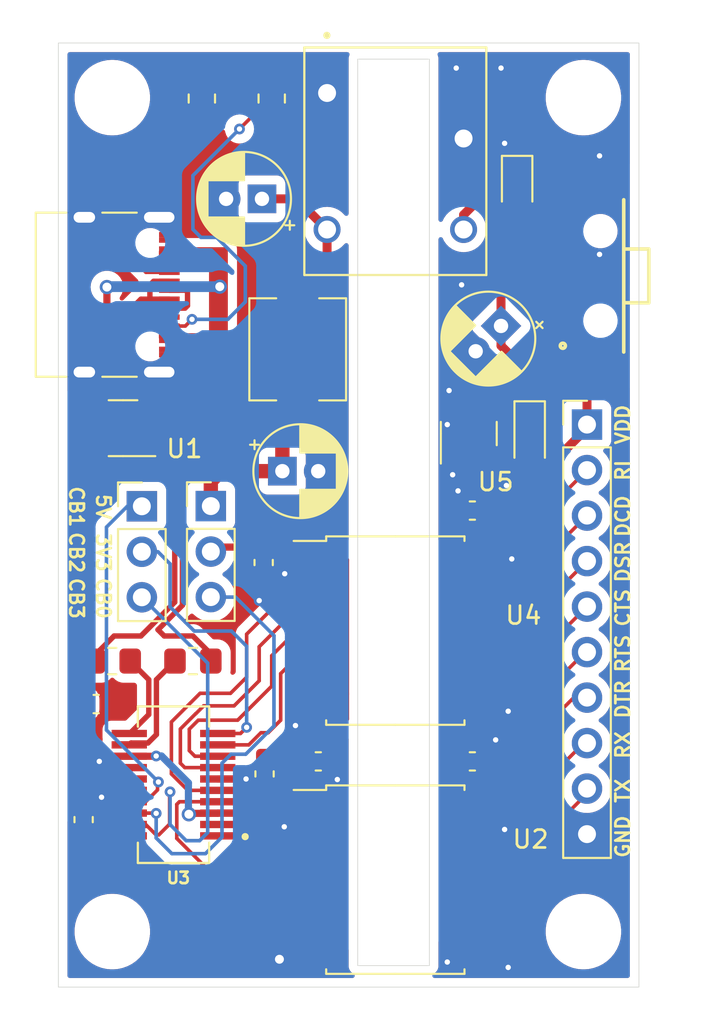
<source format=kicad_pcb>
(kicad_pcb (version 20211014) (generator pcbnew)
  (layers (0 "F.Cu" signal "Front") (31 "B.Cu" signal "Back") (34 "B.Paste" user) (35 "F.Paste" user) (36 "B.SilkS" user "B.Silkscreen") (37 "F.SilkS" user "F.Silkscreen") (38 "B.Mask" user) (39 "F.Mask" user) (44 "Edge.Cuts" user))
  (net 0 "")
  (net 1 "+5V")
  (net 2 "GND")
  (net 3 "+3V3")
  (net 4 "VDD")
  (net 5 "GND1")
  (net 6 "CBUS0")
  (net 7 "CBUS1")
  (net 8 "CBUS2")
  (net 9 "CBUS3")
  (net 10 "CC1_PD")
  (net 11 "/ESD_D-")
  (net 12 "/ESD_D+")
  (net 14 "CC2_PD")
  (net 16 "USB_D-")
  (net 17 "/FT231_D-")
  (net 18 "USB_D+")
  (net 19 "/FT231_D+")
  (net 20 "CTS")
  (net 21 "DSR")
  (net 22 "RI")
  (net 23 "DCD")
  (net 24 "DCD_ISO")
  (net 25 "RI_ISO")
  (net 26 "DSR_ISO")
  (net 27 "CTS_ISO")
  (net 28 "DTR")
  (net 29 "RTS")
  (net 30 "RX")
  (net 31 "TX")
  (net 32 "TX_ISO")
  (net 33 "DTR_ISO")
  (net 34 "RTS_ISO")
  (net 35 "RX_ISO")
  (net 36 "+5VA")
  (net 37 "Net-(C9-Pad1)")
  (net 38 "+3VA")
  (footprint "SP3T:SW_PCM13SMTR" (layer "F.Cu") (at 190.75 45.8 90)
    (fp_text reference "S1" hide)
    (fp_text value "PCM13SMTR")
  )
  (footprint "Resistor_SMD:R_0805_2012Metric_Pad1.20x1.40mm_HandSolder" (layer "F.Cu") (at 163.5 67.3)
    (fp_text reference "R4" hide)
    (fp_text value "22")
  )
  (footprint "Package_SO:SOIC-16W_7.5x10.3mm_P1.27mm" (layer "F.Cu") (at 179.3 79.5)
    (fp_text reference "U2")
    (fp_text value "ADuM1401xRW")
  )
  (footprint "Capacitor_SMD:C_0603_1608Metric_Pad1.08x0.95mm_HandSolder" (layer "F.Cu") (at 183.6 72.9)
    (fp_text reference "C7" hide)
    (fp_text value "100n")
  )
  (footprint "FT232XS:SOP63P599X175-20N" (layer "F.Cu") (at 166.9175 74.2 180)
    (fp_text reference "U3")
    (fp_text value "FT231XS-R")
  )
  (footprint "Capacitor_SMD:C_0603_1608Metric_Pad1.08x0.95mm_HandSolder" (layer "F.Cu") (at 161.9 76.15 -90)
    (fp_text reference "C1" hide)
    (fp_text value "100n")
  )
  (footprint "Capacitor_THT:CP_Radial_D5.0mm_P2.00mm" (layer "F.Cu") (at 172.994888 56.7)
    (fp_text reference "C8" hide)
    (fp_text value "4.7u")
  )
  (footprint "Inductor_SMD:L_Wuerth_HCI-5040" (layer "F.Cu") (at 173.85 49.9 90)
    (fp_text reference "L1" hide)
    (fp_text value "6.8u")
  )
  (footprint "Resistor_SMD:R_0805_2012Metric_Pad1.20x1.40mm_HandSolder" (layer "F.Cu") (at 168 67.3 180)
    (fp_text reference "R3" hide)
    (fp_text value "22")
  )
  (footprint "Capacitor_SMD:C_0603_1608Metric_Pad1.08x0.95mm_HandSolder" (layer "F.Cu") (at 172 73.6 -90)
    (fp_text reference "C5" hide)
    (fp_text value "100n")
  )
  (footprint "Diode_SMD:D_SOD-323_HandSoldering" (layer "F.Cu") (at 186.8 54.7 -90)
    (fp_text reference "D1" hide)
    (fp_text value "D_Small")
  )
  (footprint "Capacitor_SMD:C_0603_1608Metric_Pad1.08x0.95mm_HandSolder" (layer "F.Cu") (at 171.95 61.8 -90)
    (fp_text reference "C4" hide)
    (fp_text value "100n")
  )
  (footprint "Package_SO:SOIC-16W_7.5x10.3mm_P1.27mm" (layer "F.Cu") (at 179.3 65.6)
    (fp_text reference "U4")
    (fp_text value "ADuM1402xRW")
  )
  (footprint "Diode_SMD:D_SOD-323" (layer "F.Cu") (at 186.1 40.6 -90)
    (fp_text reference "D2" hide)
    (fp_text value "SD05_SOD323")
  )
  (footprint "Capacitor_SMD:C_0603_1608Metric_Pad1.08x0.95mm_HandSolder" (layer "F.Cu") (at 162.6 69.7)
    (fp_text reference "C2" hide)
    (fp_text value "4.7u")
  )
  (footprint "Connector_PinHeader_2.54mm:PinHeader_1x03_P2.54mm_Vertical" (layer "F.Cu") (at 165.15 58.66)
    (fp_text reference "J4" hide)
    (fp_text value "Conn_01x03_Male")
  )
  (footprint "Capacitor_THT:CP_Radial_D5.0mm_P2.00mm" (layer "F.Cu") (at 171.855113 41.5 180)
    (fp_text reference "C9" hide)
    (fp_text value "4.7u")
  )
  (footprint "Resistor_SMD:R_0805_2012Metric_Pad1.20x1.40mm_HandSolder" (layer "F.Cu") (at 172.4 35.9 -90)
    (fp_text reference "R1" hide)
    (fp_text value "5.1k")
  )
  (footprint "MountingHole:MountingHole_3.2mm_M3_DIN965" (layer "F.Cu") (at 189.8 82.4)
    (fp_text reference "H3" hide)
    (fp_text value "MountingHole")
  )
  (footprint "MountingHole:MountingHole_3.2mm_M3_DIN965" (layer "F.Cu") (at 189.8 35.85)
    (fp_text reference "H2" hide)
    (fp_text value "MountingHole")
  )
  (footprint "Capacitor_THT:CP_Radial_D5.0mm_P2.00mm" (layer "F.Cu") (at 185.2 48.592893 -135)
    (fp_text reference "C10" hide)
    (fp_text value "4.7u")
  )
  (footprint "MountingHole:MountingHole_3.2mm_M3_DIN965" (layer "F.Cu") (at 163.5 35.85)
    (fp_text reference "H1" hide)
    (fp_text value "MountingHole")
  )
  (footprint "Connector_PinHeader_2.54mm:PinHeader_1x03_P2.54mm_Vertical" (layer "F.Cu") (at 169 58.65)
    (fp_text reference "Je" hide)
    (fp_text value "Conn_01x03_Male")
  )
  (footprint "Capacitor_SMD:C_0603_1608Metric_Pad1.08x0.95mm_HandSolder" (layer "F.Cu") (at 175 72.9)
    (fp_text reference "C3" hide)
    (fp_text value "100n")
  )
  (footprint "Connector_PinHeader_2.54mm:PinHeader_1x10_P2.54mm_Vertical" (layer "F.Cu") (at 190 54.1)
    (fp_text reference "J3" hide)
    (fp_text value "Conn_01x10_Male")
  )
  (footprint "Capacitor_SMD:C_0603_1608Metric_Pad1.08x0.95mm_HandSolder" (layer "F.Cu") (at 183.6 58.9 180)
    (fp_text reference "C6" hide)
    (fp_text value "100n")
  )
  (footprint "MountingHole:MountingHole_3.2mm_M3_DIN965" (layer "F.Cu") (at 163.5 82.4)
    (fp_text reference "H4" hide)
    (fp_text value "MountingHole")
  )
  (footprint "Package_TO_SOT_SMD:SOT-23" (layer "F.Cu") (at 183.4 54.6 90)
    (fp_text reference "U5")
    (fp_text value "AP2127N-3.3")
  )
  (footprint "DCDC_ISO:CONV_PDSE1-S5-S5-D" (layer "F.Cu") (at 179.3 39.401 -90)
    (fp_text reference "PS1" hide)
    (fp_text value "PDSE1-S5-S5-D")
  )
  (footprint "Connector_USB:USB_C_Receptacle_XKB_U262-16XN-4BVC11" (layer "F.Cu") (at 163.015 46.85 -90)
    (fp_text reference "J2" hide)
    (fp_text value "USB_C_Receptacle_USB2.0")
  )
  (footprint "Package_TO_SOT_SMD:SOT-23-6" (layer "F.Cu") (at 164.1 54.3 180)
    (fp_text reference "U1")
    (fp_text value "USBLC6-2SC6")
  )
  (footprint "Resistor_SMD:R_0805_2012Metric_Pad1.20x1.40mm_HandSolder" (layer "F.Cu") (at 168.5 35.9 90)
    (fp_text reference "R2" hide)
    (fp_text value "5.1k")
  )
  (gr_rect (start 177.2 33.7) (end 181.2 84.3) (layer "Edge.Cuts") (width 0.0381) (fill none))
  (gr_rect (start 160.49 32.8) (end 192.9 85.5) (layer "Edge.Cuts") (width 0.0381) (fill none))
  (gr_text "3V3" (at 163 61.244445 270) (layer "F.SilkS") (effects (font (size 0.762 0.762) (thickness 0.1524))))
  (gr_text "CTS" (at 192 64.32222 90) (layer "F.SilkS") (effects (font (size 0.762 0.762) (thickness 0.1524))))
  (gr_text "CB1" (at 161.5 58.688885 270) (layer "F.SilkS") (effects (font (size 0.762 0.762) (thickness 0.1524))))
  (gr_text "DTR" (at 192 69.43333 90) (layer "F.SilkS") (effects (font (size 0.762 0.762) (thickness 0.1524))))
  (gr_text "CB0" (at 163 63.8 270) (layer "F.SilkS") (effects (font (size 0.762 0.762) (thickness 0.1524))))
  (gr_text "DCD" (at 192 59.21111 90) (layer "F.SilkS") (effects (font (size 0.762 0.762) (thickness 0.1524))))
  (gr_text "RI" (at 192 56.655555 90) (layer "F.SilkS") (effects (font (size 0.762 0.762) (thickness 0.1524))))
  (gr_text "GND" (at 192 77.1 90) (layer "F.SilkS") (effects (font (size 0.762 0.762) (thickness 0.1524))))
  (gr_text "DSR" (at 192 61.766665 90) (layer "F.SilkS") (effects (font (size 0.762 0.762) (thickness 0.1524))))
  (gr_text "VDD" (at 192 54.1 90) (layer "F.SilkS") (effects (font (size 0.762 0.762) (thickness 0.1524))))
  (gr_text "CB2" (at 161.5 61.244445 270) (layer "F.SilkS") (effects (font (size 0.762 0.762) (thickness 0.1524))))
  (gr_text "RTS" (at 192 66.877775 90) (layer "F.SilkS") (effects (font (size 0.762 0.762) (thickness 0.1524))))
  (gr_text "RX" (at 192 71.988885 90) (layer "F.SilkS") (effects (font (size 0.762 0.762) (thickness 0.1524))))
  (gr_text "5V" (at 163 58.688885 270) (layer "F.SilkS") (effects (font (size 0.762 0.762) (thickness 0.1524))))
  (gr_text "CB3" (at 161.5 63.8 270) (layer "F.SilkS") (effects (font (size 0.762 0.762) (thickness 0.1524))))
  (gr_text "TX" (at 192 74.54444 90) (layer "F.SilkS") (effects (font (size 0.762 0.762) (thickness 0.1524))))
  (segment (start 162.3 65.3) (end 162.3 56.3) (width 0.4) (layer "F.Cu") (net 1))
  (segment (start 169.15 57.1) (end 169.55 56.7) (width 0.8) (layer "F.Cu") (net 1))
  (segment (start 169.55 56.7) (end 172.994888 56.7) (width 0.8) (layer "F.Cu") (net 1))
  (segment (start 172.994888 52.805112) (end 173.85 51.95) (width 0.8) (layer "F.Cu") (net 1))
  (segment (start 163.1 52.2) (end 163.2 52.1) (width 0.4) (layer "F.Cu") (net 1))
  (segment (start 162.1675 73.8825) (end 162.15 73.9) (width 0.5) (layer "F.Cu") (net 1))
  (segment (start 161.4 68.2) (end 161.4 66.2) (width 0.4) (layer "F.Cu") (net 1))
  (segment (start 161.625 73.375) (end 162 73.75) (width 0.4) (layer "F.Cu") (net 1))
  (segment (start 169.15 57.1) (end 169 57.25) (width 0.8) (layer "F.Cu") (net 1))
  (segment (start 161.7 54.7) (end 162.1 54.3) (width 0.4) (layer "F.Cu") (net 1))
  (segment (start 162.3 52.2) (end 163.1 52.2) (width 0.4) (layer "F.Cu") (net 1))
  (segment (start 161.7375 69.7) (end 161.7375 68.5375) (width 0.4) (layer "F.Cu") (net 1))
  (segment (start 161.7375 68.5375) (end 161.4 68.2) (width 0.4) (layer "F.Cu") (net 1))
  (segment (start 161.625 73.375) (end 161.625 69.8125) (width 0.4) (layer "F.Cu") (net 1))
  (segment (start 161.4 66.2) (end 162.3 65.3) (width 0.4) (layer "F.Cu") (net 1))
  (segment (start 162.1 54.3) (end 162.9625 54.3) (width 0.4) (layer "F.Cu") (net 1))
  (segment (start 162.15 73.9) (end 161.625 73.375) (width 0.4) (layer "F.Cu") (net 1))
  (segment (start 169 57.25) (end 169 58.65) (width 0.8) (layer "F.Cu") (net 1))
  (segment (start 162.1 54.3) (end 161.6 53.8) (width 0.4) (layer "F.Cu") (net 1))
  (segment (start 161.7 55.7) (end 161.7 54.7) (width 0.4) (layer "F.Cu") (net 1))
  (segment (start 172.994888 56.7) (end 172.994888 52.805112) (width 0.8) (layer "F.Cu") (net 1))
  (segment (start 161.6 52.9) (end 162.3 52.2) (width 0.4) (layer "F.Cu") (net 1))
  (segment (start 162.3 56.3) (end 161.7 55.7) (width 0.4) (layer "F.Cu") (net 1))
  (segment (start 164.4475 73.8825) (end 162.1675 73.8825) (width 0.5) (layer "F.Cu") (net 1))
  (segment (start 169.5 56.75) (end 169.5 48.9) (width 0.8) (layer "F.Cu") (net 1))
  (segment (start 162 73.75) (end 162 75.2875) (width 0.4) (layer "F.Cu") (net 1))
  (segment (start 161.6 53.8) (end 161.6 52.9) (width 0.4) (layer "F.Cu") (net 1))
  (segment (start 169.15 57.1) (end 169.5 56.75) (width 0.8) (layer "F.Cu") (net 1))
  (segment (start 163.2 52.1) (end 163.2 46.425) (width 0.4) (layer "F.Cu") (net 1))
  (via (at 163.2 46.425) (size 0.8) (drill 0.5) (layers "F.Cu" "B.Cu") (net 1))
  (via (at 169.5 46.4) (size 0.8) (drill 0.5) (layers "F.Cu" "B.Cu") (net 1))
  (segment (start 163.225 46.4) (end 163.2 46.425) (width 0.6) (layer "B.Cu") (net 1))
  (segment (start 169.5 46.4) (end 163.225 46.4) (width 0.6) (layer "B.Cu") (net 1))
  (segment (start 164.4475 74.5175) (end 163.2825 74.5175) (width 0.4) (layer "F.Cu") (net 2))
  (segment (start 173.725 70.9) (end 174.58 70.045) (width 0.4) (layer "F.Cu") (net 2))
  (segment (start 175.8625 73.7125) (end 176.0625 73.9125) (width 0.4) (layer "F.Cu") (net 2))
  (segment (start 171.95 63.675) (end 171.7 63.925) (width 0.4) (layer "F.Cu") (net 2))
  (segment (start 163.2825 74.5175) (end 162.9 74.9) (width 0.4) (layer "F.Cu") (net 2))
  (segment (start 173.125 62.425) (end 172.1875 62.425) (width 0.4) (layer "F.Cu") (net 2))
  (segment (start 174.65 62.425) (end 173.125 62.425) (width 0.4) (layer "F.Cu") (net 2))
  (segment (start 169.3875 73.8825) (end 170.9675 73.8825) (width 0.4) (layer "F.Cu") (net 2))
  (segment (start 170.9675 73.8825) (end 171.42 73.8825) (width 0.4) (layer "F.Cu") (net 2))
  (segment (start 163.1225 73.2475) (end 162.775 72.9) (width 0.4) (layer "F.Cu") (net 2))
  (segment (start 171.42 73.8825) (end 172 74.4625) (width 0.4) (layer "F.Cu") (net 2))
  (segment (start 173.1 76.55) (end 173.125 76.55) (width 0.4) (layer "F.Cu") (net 2))
  (segment (start 174.65 76.325) (end 173.35 76.325) (width 0.4) (layer "F.Cu") (net 2))
  (segment (start 171.95 62.6625) (end 171.95 63.675) (width 0.4) (layer "F.Cu") (net 2))
  (segment (start 173.35 76.325) (end 173.1 76.55) (width 0.4) (layer "F.Cu") (net 2))
  (segment (start 174.65 83.945) (end 172.83 83.945) (width 0.4) (layer "F.Cu") (net 2))
  (segment (start 175.8625 72.9) (end 175.8625 73.7125) (width 0.4) (layer "F.Cu") (net 2))
  (segment (start 164.4475 73.2475) (end 163.1225 73.2475) (width 0.4) (layer "F.Cu") (net 2))
  (segment (start 176.0625 73.9125) (end 176.075 73.925) (width 0.4) (layer "F.Cu") (net 2))
  (via (at 173.1 76.55) (size 0.6) (drill 0.3) (layers "F.Cu" "B.Cu") (net 2))
  (via (at 173.725 70.9) (size 0.6) (drill 0.3) (layers "F.Cu" "B.Cu") (net 2))
  (via (at 171.7 63.925) (size 0.6) (drill 0.3) (layers "F.Cu" "B.Cu") (net 2))
  (via (at 170.9675 73.8825) (size 0.6) (drill 0.3) (layers "F.Cu" "B.Cu") (net 2))
  (via (at 172.83 83.945) (size 0.8) (drill 0.5) (layers "F.Cu" "B.Cu") (net 2))
  (via (at 173.125 62.425) (size 0.6) (drill 0.3) (layers "F.Cu" "B.Cu") (net 2))
  (via (at 162.775 72.9) (size 0.6) (drill 0.3) (layers "F.Cu" "B.Cu") (net 2))
  (via (at 162.9 74.9) (size 0.6) (drill 0.3) (layers "F.Cu" "B.Cu") (net 2))
  (via (at 176.0625 73.9125) (size 0.6) (drill 0.3) (layers "F.Cu" "B.Cu") (net 2))
  (segment (start 176.205 75.055) (end 176.4 75.25) (width 0.4) (layer "F.Cu") (net 3))
  (segment (start 169.3875 75.7875) (end 172.7125 75.7875) (width 0.4) (layer "F.Cu") (net 3))
  (segment (start 176.225 82.675) (end 174.65 82.675) (width 0.4) (layer "F.Cu") (net 3))
  (segment (start 174.1375 74.5425) (end 174.65 75.055) (width 0.4) (layer "F.Cu") (net 3))
  (segment (start 176.00548 61.155) (end 174.65 61.155) (width 0.4) (layer "F.Cu") (net 3))
  (segment (start 169.375 75.8) (end 169.3875 75.7875) (width 0.4) (layer "F.Cu") (net 3))
  (segment (start 171.95 60.9375) (end 169.2525 60.9375) (width 0.4) (layer "F.Cu") (net 3))
  (segment (start 176.52 69.11952) (end 176.52 61.66952) (width 0.4) (layer "F.Cu") (net 3))
  (segment (start 167.75 75.85) (end 167.8 75.8) (width 0.4) (layer "F.Cu") (net 3))
  (segment (start 176.17548 68.775) (end 176.52 69.11952) (width 0.4) (layer "F.Cu") (net 3))
  (segment (start 176.4 82.5) (end 176.225 82.675) (width 0.4) (layer "F.Cu") (net 3))
  (segment (start 174.1375 72.9) (end 174.1375 72.0125) (width 0.4) (layer "F.Cu") (net 3))
  (segment (start 174.65 61.155) (end 172.1675 61.155) (width 0.4) (layer "F.Cu") (net 3))
  (segment (start 176.52 61.66952) (end 176.00548 61.155) (width 0.4) (layer "F.Cu") (net 3))
  (segment (start 173.445 75.055) (end 174.65 75.055) (width 0.4) (layer "F.Cu") (net 3))
  (segment (start 164.4475 72.6125) (end 165.9375 72.6125) (width 0.4) (layer "F.Cu") (net 3))
  (segment (start 175.6125 71.425) (end 176.52 70.5175) (width 0.4) (layer "F.Cu") (net 3))
  (segment (start 176.52 70.5175) (end 176.52 69.11952) (width 0.4) (layer "F.Cu") (net 3))
  (segment (start 174.65 75.055) (end 176.205 75.055) (width 0.4) (layer "F.Cu") (net 3))
  (segment (start 174.725 71.425) (end 175.6125 71.425) (width 0.4) (layer "F.Cu") (net 3))
  (segment (start 172.7125 75.7875) (end 173.445 75.055) (width 0.4) (layer "F.Cu") (net 3))
  (segment (start 165.9375 72.6125) (end 165.95 72.6) (width 0.4) (layer "F.Cu") (net 3))
  (segment (start 172 72.7375) (end 173.975 72.7375) (width 0.4) (layer "F.Cu") (net 3))
  (segment (start 176.4 75.25) (end 176.4 82.5) (width 0.4) (layer "F.Cu") (net 3))
  (segment (start 167.8 75.8) (end 169.375 75.8) (width 0.4) (layer "F.Cu") (net 3))
  (segment (start 176.17548 68.775) (end 174.65 68.775) (width 0.4) (layer "F.Cu") (net 3))
  (segment (start 174.1375 72.9) (end 174.1375 74.5425) (width 0.4) (layer "F.Cu") (net 3))
  (segment (start 174.1375 72.0125) (end 174.725 71.425) (width 0.4) (layer "F.Cu") (net 3))
  (via (at 165.95 72.6) (size 0.6) (drill 0.3) (layers "F.Cu" "B.Cu") (net 3))
  (via (at 167.775 75.85) (size 0.8) (drill 0.5) (layers "F.Cu" "B.Cu") (net 3))
  (segment (start 166.25 72.6) (end 167.75 74.1) (width 0.4) (layer "B.Cu") (net 3))
  (segment (start 167.75 74.1) (end 167.75 75.85) (width 0.4) (layer "B.Cu") (net 3))
  (segment (start 165.95 72.6) (end 166.25 72.6) (width 0.4) (layer "B.Cu") (net 3))
  (segment (start 182.2 68.4) (end 182.575 68.775) (width 0.5) (layer "F.Cu") (net 4))
  (segment (start 190 52.6) (end 190.6 52) (width 0.5) (layer "F.Cu") (net 4))
  (segment (start 182.945 75.055) (end 182.2 75.8) (width 0.5) (layer "F.Cu") (net 4))
  (segment (start 190 54.3) (end 187.9 56.4) (width 0.5) (layer "F.Cu") (net 4))
  (segment (start 185.884511 59.315489) (end 184.045 61.155) (width 0.5) (layer "F.Cu") (net 4))
  (segment (start 182.2 75.8) (end 182.2 76.4) (width 0.5) (layer "F.Cu") (net 4))
  (segment (start 190 54.1) (end 190 52.6) (width 0.5) (layer "F.Cu") (net 4))
  (segment (start 185.884511 58.684511) (end 185.884511 59.315489) (width 0.5) (layer "F.Cu") (net 4))
  (segment (start 183.95 75.055) (end 182.945 75.055) (width 0.5) (layer "F.Cu") (net 4))
  (segment (start 192 47.3) (end 189 44.3) (width 0.5) (layer "F.Cu") (net 4))
  (segment (start 183.95 61.155) (end 182.445 61.155) (width 0.5) (layer "F.Cu") (net 4))
  (segment (start 182.2 61.4) (end 182.2 68.4) (width 0.5) (layer "F.Cu") (net 4))
  (segment (start 182.775 82.675) (end 183.95 82.675) (width 0.5) (layer "F.Cu") (net 4))
  (segment (start 182.2 68.4) (end 182.2 71.8) (width 0.5) (layer "F.Cu") (net 4))
  (segment (start 185.669022 58.9) (end 184.4625 58.9) (width 0.5) (layer "F.Cu") (net 4))
  (segment (start 182.2 71.8) (end 182.2 76.4) (width 0.5) (layer "F.Cu") (net 4))
  (segment (start 190.6 51.95) (end 190.75 51.8) (width 0.5) (layer "F.Cu") (net 4))
  (segment (start 182.2 71.8) (end 182.2 72.3625) (width 0.5) (layer "F.Cu") (net 4))
  (segment (start 190.6 52) (end 190.6 51.95) (width 0.5) (layer "F.Cu") (net 4))
  (segment (start 182.2 82.1) (end 182.775 82.675) (width 0.5) (layer "F.Cu") (net 4))
  (segment (start 182.2 72.3625) (end 182.7375 72.9) (width 0.5) (layer "F.Cu") (net 4))
  (segment (start 187.9 56.4) (end 187.9 56.669022) (width 0.5) (layer "F.Cu") (net 4))
  (segment (start 190.75 50.35) (end 192 49.1) (width 0.5) (layer "F.Cu") (net 4))
  (segment (start 182.445 61.155) (end 182.2 61.4) (width 0.5) (layer "F.Cu") (net 4))
  (segment (start 185.884511 58.684511) (end 185.669022 58.9) (width 0.5) (layer "F.Cu") (net 4))
  (segment (start 192 49.1) (end 192 47.3) (width 0.5) (layer "F.Cu") (net 4))
  (segment (start 182.2 76.4) (end 182.2 82.1) (width 0.5) (layer "F.Cu") (net 4))
  (segment (start 190.75 51.8) (end 190.75 50.35) (width 0.5) (layer "F.Cu") (net 4))
  (segment (start 187.9 56.669022) (end 185.884511 58.684511) (width 0.5) (layer "F.Cu") (net 4))
  (segment (start 182.575 68.775) (end 183.95 68.775) (width 0.5) (layer "F.Cu") (net 4))
  (via (at 190.7 39.1) (size 0.6) (drill 0.3) (layers "F.Cu" "B.Cu") (net 5))
  (via (at 182.8 57.8) (size 0.6) (drill 0.3) (layers "F.Cu" "B.Cu") (net 5))
  (via (at 190.7 44.6) (size 0.6) (drill 0.3) (layers "F.Cu" "B.Cu") (net 5))
  (via (at 185.8 61.6) (size 0.6) (drill 0.3) (layers "F.Cu" "B.Cu") (net 5))
  (via (at 185.2 34.2) (size 0.6) (drill 0.3) (layers "F.Cu" "B.Cu") (net 5))
  (via (at 182.7 34.2) (size 0.6) (drill 0.3) (layers "F.Cu" "B.Cu") (net 5))
  (via (at 185.6 84.4) (size 0.6) (drill 0.3) (layers "F.Cu" "B.Cu") (net 5))
  (via (at 182.3 52.2) (size 0.6) (drill 0.3) (layers "F.Cu" "B.Cu") (net 5))
  (via (at 185.4 38.4) (size 0.6) (drill 0.3) (layers "F.Cu" "B.Cu") (net 5))
  (via (at 184.9 71.7) (size 0.6) (drill 0.3) (layers "F.Cu" "B.Cu") (net 5))
  (via (at 185.5 57.5) (size 0.6) (drill 0.3) (layers "F.Cu" "B.Cu") (net 5))
  (via (at 183 46.3) (size 0.6) (drill 0.3) (layers "F.Cu" "B.Cu") (net 5))
  (via (at 182.2 54.1) (size 0.6) (drill 0.3) (layers "F.Cu" "B.Cu") (net 5))
  (via (at 182.2 84.1) (size 0.6) (drill 0.3) (layers "F.Cu" "B.Cu") (net 5))
  (via (at 182.5 56.9) (size 0.6) (drill 0.3) (layers "F.Cu" "B.Cu") (net 5))
  (via (at 185.6 70.1) (size 0.6) (drill 0.3) (layers "F.Cu" "B.Cu") (net 5))
  (via (at 185.4 76.7) (size 0.6) (drill 0.3) (layers "F.Cu" "B.Cu") (net 5))
  (segment (start 164.4475 75.7875) (end 165.9375 75.7875) (width 0.2) (layer "F.Cu") (net 6))
  (segment (start 165.9375 75.7875) (end 165.95 75.8) (width 0.2) (layer "F.Cu") (net 6))
  (via (at 165.95 75.8) (size 0.6) (drill 0.3) (layers "F.Cu" "B.Cu") (net 6))
  (segment (start 165.95 75.8) (end 165.95 77.175) (width 0.2) (layer "B.Cu") (net 6))
  (segment (start 166.825 78.05) (end 168.7 78.05) (width 0.2) (layer "B.Cu") (net 6))
  (segment (start 170.125 72.5) (end 170.95 72.5) (width 0.2) (layer "B.Cu") (net 6))
  (segment (start 165.95 77.175) (end 166.825 78.05) (width 0.2) (layer "B.Cu") (net 6))
  (segment (start 168.7 78.05) (end 169.625 77.125) (width 0.2) (layer "B.Cu") (net 6))
  (segment (start 169.625 73) (end 170.125 72.5) (width 0.2) (layer "B.Cu") (net 6))
  (segment (start 170.95 72.5) (end 172.525 70.925) (width 0.2) (layer "B.Cu") (net 6))
  (segment (start 172.525 65.875) (end 170.38 63.73) (width 0.2) (layer "B.Cu") (net 6))
  (segment (start 172.525 70.925) (end 172.525 65.875) (width 0.2) (layer "B.Cu") (net 6))
  (segment (start 169.625 77.125) (end 169.625 73) (width 0.2) (layer "B.Cu") (net 6))
  (segment (start 170.38 63.73) (end 169 63.73) (width 0.2) (layer "B.Cu") (net 6))
  (segment (start 164.4475 75.1525) (end 165.364713 75.1525) (width 0.2) (layer "F.Cu") (net 7))
  (segment (start 165.364713 75.1525) (end 166.025 74.492213) (width 0.2) (layer "F.Cu") (net 7))
  (segment (start 166.025 74.492213) (end 166.025 74.1) (width 0.2) (layer "F.Cu") (net 7))
  (segment (start 166.025 74.1) (end 166.075 74.05) (width 0.2) (layer "F.Cu") (net 7))
  (via (at 166.075 74.05) (size 0.6) (drill 0.3) (layers "F.Cu" "B.Cu") (net 7))
  (segment (start 163.175 59.825) (end 164.34 58.66) (width 0.2) (layer "B.Cu") (net 7))
  (segment (start 166.075 74.05) (end 163.175 71.15) (width 0.2) (layer "B.Cu") (net 7))
  (segment (start 163.175 71.15) (end 163.175 59.825) (width 0.2) (layer "B.Cu") (net 7))
  (segment (start 164.34 58.66) (end 165.15 58.66) (width 0.2) (layer "B.Cu") (net 7))
  (segment (start 170.6575 71.3425) (end 171 71) (width 0.2) (layer "F.Cu") (net 8))
  (segment (start 169.3875 71.3425) (end 170.6575 71.3425) (width 0.2) (layer "F.Cu") (net 8))
  (via (at 171 71) (size 0.6) (drill 0.3) (layers "F.Cu" "B.Cu") (net 8))
  (segment (start 168.075 65.625) (end 166.725 64.275) (width 0.2) (layer "B.Cu") (net 8))
  (segment (start 171 71) (end 171 66.475) (width 0.2) (layer "B.Cu") (net 8))
  (segment (start 166.725 61.875) (end 166.05 61.2) (width 0.2) (layer "B.Cu") (net 8))
  (segment (start 166.05 61.2) (end 165.15 61.2) (width 0.2) (layer "B.Cu") (net 8))
  (segment (start 170.15 65.625) (end 168.075 65.625) (width 0.2) (layer "B.Cu") (net 8))
  (segment (start 166.725 64.275) (end 166.725 61.875) (width 0.2) (layer "B.Cu") (net 8))
  (segment (start 171 66.475) (end 170.15 65.625) (width 0.2) (layer "B.Cu") (net 8))
  (segment (start 166.7 76.4) (end 166.7 74.875) (width 0.2) (layer "F.Cu") (net 9))
  (segment (start 166.1 77) (end 166.7 76.4) (width 0.2) (layer "F.Cu") (net 9))
  (segment (start 166.7 74.875) (end 166.725 74.85) (width 0.2) (layer "F.Cu") (net 9))
  (segment (start 166.7 74.875) (end 166.7 74.625) (width 0.2) (layer "F.Cu") (net 9))
  (segment (start 164.4475 76.4225) (end 165.364713 76.4225) (width 0.2) (layer "F.Cu") (net 9))
  (segment (start 166.7 74.625) (end 166.725 74.6) (width 0.2) (layer "F.Cu") (net 9))
  (segment (start 165.942213 77) (end 166.1 77) (width 0.2) (layer "F.Cu") (net 9))
  (segment (start 165.364713 76.4225) (end 165.942213 77) (width 0.2) (layer "F.Cu") (net 9))
  (via (at 166.725 74.6) (size 0.6) (drill 0.3) (layers "F.Cu" "B.Cu") (net 9))
  (segment (start 167.625 77.325) (end 168.375 77.325) (width 0.2) (layer "B.Cu") (net 9))
  (segment (start 168.825 76.875) (end 168.825 67.415) (width 0.2) (layer "B.Cu") (net 9))
  (segment (start 166.725 74.6) (end 166.725 76.425) (width 0.2) (layer "B.Cu") (net 9))
  (segment (start 168.825 67.415) (end 165.15 63.74) (width 0.2) (layer "B.Cu") (net 9))
  (segment (start 168.375 77.325) (end 168.825 76.875) (width 0.2) (layer "B.Cu") (net 9))
  (segment (start 166.725 76.425) (end 167.625 77.325) (width 0.2) (layer "B.Cu") (net 9))
  (segment (start 166.685 45.6) (end 165.375 45.6) (width 0.2) (layer "F.Cu") (net 10))
  (segment (start 164.1375 44.3625) (end 164.1 44.325) (width 0.2) (layer "F.Cu") (net 10))
  (segment (start 164.1 44.325) (end 164.1 41.6) (width 0.2) (layer "F.Cu") (net 10))
  (segment (start 165.375 45.6) (end 164.1375 44.3625) (width 0.2) (layer "F.Cu") (net 10))
  (segment (start 164.1 41.6) (end 168.5 37.2) (width 0.2) (layer "F.Cu") (net 10))
  (segment (start 166.685 46.6) (end 167.6 46.6) (width 0.3) (layer "F.Cu") (net 11))
  (segment (start 167.7 47.46) (end 167.56 47.6) (width 0.3) (layer "F.Cu") (net 11))
  (segment (start 164.3135 52.426) (end 164.3135 48.488436) (width 0.3) (layer "F.Cu") (net 11))
  (segment (start 166.612001 47.527001) (end 166.685 47.6) (width 0.3) (layer "F.Cu") (net 11))
  (segment (start 164.3135 48.488436) (end 165.274935 47.527001) (width 0.3) (layer "F.Cu") (net 11))
  (segment (start 167.6 46.6) (end 167.7 46.7) (width 0.3) (layer "F.Cu") (net 11))
  (segment (start 167.56 47.6) (end 166.685 47.6) (width 0.3) (layer "F.Cu") (net 11))
  (segment (start 165.274935 47.527001) (end 166.612001 47.527001) (width 0.3) (layer "F.Cu") (net 11))
  (segment (start 165.2375 53.35) (end 164.3135 52.426) (width 0.3) (layer "F.Cu") (net 11))
  (segment (start 167.7 46.7) (end 167.7 47.46) (width 0.3) (layer "F.Cu") (net 11))
  (segment (start 165.6 46.31) (end 165.6 47.1) (width 0.3) (layer "F.Cu") (net 12))
  (segment (start 166.685 46.1) (end 165.81 46.1) (width 0.3) (layer "F.Cu") (net 12))
  (segment (start 163.8865 48.311564) (end 165.098064 47.1) (width 0.3) (layer "F.Cu") (net 12))
  (segment (start 165.6 47.1) (end 166.685 47.1) (width 0.3) (layer "F.Cu") (net 12))
  (segment (start 165.098064 47.1) (end 165.6 47.1) (width 0.3) (layer "F.Cu") (net 12))
  (segment (start 163.8865 52.426) (end 163.8865 48.311564) (width 0.3) (layer "F.Cu") (net 12))
  (segment (start 162.9625 53.35) (end 163.8865 52.426) (width 0.3) (layer "F.Cu") (net 12))
  (segment (start 165.81 46.1) (end 165.6 46.31) (width 0.3) (layer "F.Cu") (net 12))
  (segment (start 166.685 48.6) (end 167.575 48.6) (width 0.2) (layer "F.Cu") (net 14))
  (segment (start 167.575 48.6) (end 167.95 48.225) (width 0.2) (layer "F.Cu") (net 14))
  (segment (start 170.6 37.6) (end 171.3 36.9) (width 0.2) (layer "F.Cu") (net 14))
  (segment (start 171.3 36.9) (end 172.4 36.9) (width 0.2) (layer "F.Cu") (net 14))
  (via (at 167.95 48.225) (size 0.6) (drill 0.3) (layers "F.Cu" "B.Cu") (net 14))
  (via (at 170.6 37.6) (size 0.6) (drill 0.3) (layers "F.Cu" "B.Cu") (net 14))
  (segment (start 170.925 47.25) (end 170.925 45.25) (width 0.2) (layer "B.Cu") (net 14))
  (segment (start 169.325 43.65) (end 168.45 43.65) (width 0.2) (layer "B.Cu") (net 14))
  (segment (start 167.95 48.225) (end 169.95 48.225) (width 0.2) (layer "B.Cu") (net 14))
  (segment (start 168 40.2) (end 170.6 37.6) (width 0.2) (layer "B.Cu") (net 14))
  (segment (start 168 43.2) (end 168 40.2) (width 0.2) (layer "B.Cu") (net 14))
  (segment (start 170.925 45.25) (end 169.325 43.65) (width 0.2) (layer "B.Cu") (net 14))
  (segment (start 168.45 43.65) (end 168 43.2) (width 0.2) (layer "B.Cu") (net 14))
  (segment (start 169.95 48.225) (end 170.925 47.25) (width 0.2) (layer "B.Cu") (net 14))
  (segment (start 164.674009 56.5865) (end 166.688436 56.5865) (width 0.3) (layer "F.Cu") (net 16))
  (segment (start 164.3135 56.174) (end 164.3135 56.225991) (width 0.3) (layer "F.Cu") (net 16))
  (segment (start 168 65.9) (end 169 66.9) (width 0.3) (layer "F.Cu") (net 16))
  (segment (start 166.688436 56.5865) (end 167.4135 57.311564) (width 0.3) (layer "F.Cu") (net 16))
  (segment (start 166.050968 65.550968) (end 166.4 65.9) (width 0.3) (layer "F.Cu") (net 16))
  (segment (start 165.2375 55.25) (end 164.3135 56.174) (width 0.3) (layer "F.Cu") (net 16))
  (segment (start 166.4 65.9) (end 168 65.9) (width 0.3) (layer "F.Cu") (net 16))
  (segment (start 167.4135 64.188436) (end 166.050968 65.550968) (width 0.3) (layer "F.Cu") (net 16))
  (segment (start 167.4135 57.311564) (end 167.4135 64.188436) (width 0.3) (layer "F.Cu") (net 16))
  (segment (start 164.3135 56.225991) (end 164.674009 56.5865) (width 0.3) (layer "F.Cu") (net 16))
  (segment (start 165.493234 71.87302) (end 164.55198 71.87302) (width 0.3) (layer "F.Cu") (net 17))
  (segment (start 164.55198 71.87302) (end 164.4475 71.9775) (width 0.3) (layer "F.Cu") (net 17))
  (segment (start 165.9635 68.3365) (end 165.9635 71.402754) (width 0.3) (layer "F.Cu") (net 17))
  (segment (start 167 67.3) (end 165.9635 68.3365) (width 0.3) (layer "F.Cu") (net 17))
  (segment (start 164.4475 71.9775) (end 164.5515 71.8735) (width 0.3) (layer "F.Cu") (net 17))
  (segment (start 165.9635 71.402754) (end 165.493234 71.87302) (width 0.3) (layer "F.Cu") (net 17))
  (segment (start 162.9625 55.25) (end 163.8865 56.174) (width 0.3) (layer "F.Cu") (net 18))
  (segment (start 163.8865 56.174) (end 163.8865 56.402863) (width 0.3) (layer "F.Cu") (net 18))
  (segment (start 165.098064 65.9) (end 163.6 65.9) (width 0.3) (layer "F.Cu") (net 18))
  (segment (start 166.511564 57.0135) (end 166.9865 57.488436) (width 0.3) (layer "F.Cu") (net 18))
  (segment (start 163.8865 56.402863) (end 164.497137 57.0135) (width 0.3) (layer "F.Cu") (net 18))
  (segment (start 166.9865 64.011564) (end 165.098064 65.9) (width 0.3) (layer "F.Cu") (net 18))
  (segment (start 163.6 65.9) (end 162.5 67) (width 0.3) (layer "F.Cu") (net 18))
  (segment (start 166.9865 57.488436) (end 166.9865 64.011564) (width 0.3) (layer "F.Cu") (net 18))
  (segment (start 164.497137 57.0135) (end 166.511564 57.0135) (width 0.3) (layer "F.Cu") (net 18))
  (segment (start 165.5365 70.28463) (end 164.47863 71.3425) (width 0.3) (layer "F.Cu") (net 19))
  (segment (start 164.5 67.3) (end 165.5365 68.3365) (width 0.3) (layer "F.Cu") (net 19))
  (segment (start 165.5365 68.3365) (end 165.5365 70.28463) (width 0.3) (layer "F.Cu") (net 19))
  (segment (start 171.8 71.3) (end 172.2 71.3) (width 0.2) (layer "F.Cu") (net 20))
  (segment (start 171.1225 71.9775) (end 171.8 71.3) (width 0.2) (layer "F.Cu") (net 20))
  (segment (start 172.2 71.3) (end 172.9 70.6) (width 0.2) (layer "F.Cu") (net 20))
  (segment (start 172.9 68) (end 173.395 67.505) (width 0.2) (layer "F.Cu") (net 20))
  (segment (start 172.9 70.6) (end 172.9 68) (width 0.2) (layer "F.Cu") (net 20))
  (segment (start 173.395 67.505) (end 174.65 67.505) (width 0.2) (layer "F.Cu") (net 20))
  (segment (start 169.3875 71.9775) (end 171.1225 71.9775) (width 0.2) (layer "F.Cu") (net 20))
  (segment (start 168.151082 70.24048) (end 168.15952 70.24048) (width 0.2) (layer "F.Cu") (net 21))
  (segment (start 170.3 69.8) (end 171.7 68.4) (width 0.2) (layer "F.Cu") (net 21))
  (segment (start 167.3 71.091562) (end 168.151082 70.24048) (width 0.2) (layer "F.Cu") (net 21))
  (segment (start 168.6 69.8) (end 170.3 69.8) (width 0.2) (layer "F.Cu") (net 21))
  (segment (start 168.15952 70.24048) (end 168.6 69.8) (width 0.2) (layer "F.Cu") (net 21))
  (segment (start 167.5475 73.2475) (end 167.3 73) (width 0.2) (layer "F.Cu") (net 21))
  (segment (start 171.7 68.4) (end 171.7 66.5) (width 0.2) (layer "F.Cu") (net 21))
  (segment (start 173.235 64.965) (end 174.65 64.965) (width 0.2) (layer "F.Cu") (net 21))
  (segment (start 171.7 66.5) (end 173.235 64.965) (width 0.2) (layer "F.Cu") (net 21))
  (segment (start 167.3 73) (end 167.3 71.091562) (width 0.2) (layer "F.Cu") (net 21))
  (segment (start 169.3875 73.2475) (end 167.5475 73.2475) (width 0.2) (layer "F.Cu") (net 21))
  (segment (start 167.7175 74.5175) (end 166.8 73.6) (width 0.2) (layer "F.Cu") (net 22))
  (segment (start 168.4 69.1) (end 170.1 69.1) (width 0.2) (layer "F.Cu") (net 22))
  (segment (start 171 68.2) (end 171 65.8) (width 0.2) (layer "F.Cu") (net 22))
  (segment (start 166.8 73.6) (end 166.8 70.7) (width 0.2) (layer "F.Cu") (net 22))
  (segment (start 173.105 63.695) (end 174.65 63.695) (width 0.2) (layer "F.Cu") (net 22))
  (segment (start 171 65.8) (end 173.105 63.695) (width 0.2) (layer "F.Cu") (net 22))
  (segment (start 170.1 69.1) (end 171 68.2) (width 0.2) (layer "F.Cu") (net 22))
  (segment (start 166.8 70.7) (end 168.4 69.1) (width 0.2) (layer "F.Cu") (net 22))
  (segment (start 169.3875 74.5175) (end 167.7175 74.5175) (width 0.2) (layer "F.Cu") (net 22))
  (segment (start 169.3875 72.6125) (end 168.1125 72.6125) (width 0.2) (layer "F.Cu") (net 23))
  (segment (start 172.4 67) (end 173.165 66.235) (width 0.2) (layer "F.Cu") (net 23))
  (segment (start 168.3 70.6) (end 170.5 70.6) (width 0.2) (layer "F.Cu") (net 23))
  (segment (start 170.5 70.6) (end 172.4 68.7) (width 0.2) (layer "F.Cu") (net 23))
  (segment (start 167.8 72.3) (end 167.8 71.1) (width 0.2) (layer "F.Cu") (net 23))
  (segment (start 173.165 66.235) (end 174.65 66.235) (width 0.2) (layer "F.Cu") (net 23))
  (segment (start 168.1125 72.6125) (end 167.8 72.3) (width 0.2) (layer "F.Cu") (net 23))
  (segment (start 167.8 71.1) (end 168.3 70.6) (width 0.2) (layer "F.Cu") (net 23))
  (segment (start 172.4 68.7) (end 172.4 67) (width 0.2) (layer "F.Cu") (net 23))
  (segment (start 190 59.18) (end 188.1 61.08) (width 0.2) (layer "F.Cu") (net 24))
  (segment (start 188.1 61.08) (end 188.1 61.9) (width 0.2) (layer "F.Cu") (net 24))
  (segment (start 185.035 64.965) (end 183.95 64.965) (width 0.2) (layer "F.Cu") (net 24))
  (segment (start 188.1 61.9) (end 185.035 64.965) (width 0.2) (layer "F.Cu") (net 24))
  (segment (start 187.5 59.14) (end 187.5 61.2) (width 0.2) (layer "F.Cu") (net 25))
  (segment (start 187.5 61.2) (end 185.005 63.695) (width 0.2) (layer "F.Cu") (net 25))
  (segment (start 190 56.64) (end 187.5 59.14) (width 0.2) (layer "F.Cu") (net 25))
  (segment (start 185.005 63.695) (end 183.95 63.695) (width 0.2) (layer "F.Cu") (net 25))
  (segment (start 185.485 66.235) (end 190 61.72) (width 0.2) (layer "F.Cu") (net 26))
  (segment (start 183.95 66.235) (end 185.485 66.235) (width 0.2) (layer "F.Cu") (net 26))
  (segment (start 186.755 67.505) (end 190 64.26) (width 0.2) (layer "F.Cu") (net 27))
  (segment (start 183.95 67.505) (end 186.755 67.505) (width 0.2) (layer "F.Cu") (net 27))
  (segment (start 172.965 78.865) (end 174.65 78.865) (width 0.2) (layer "F.Cu") (net 28))
  (segment (start 169.3875 77.0575) (end 171.1575 77.0575) (width 0.2) (layer "F.Cu") (net 28))
  (segment (start 171.1575 77.0575) (end 172.965 78.865) (width 0.2) (layer "F.Cu") (net 28))
  (segment (start 172.895 77.595) (end 174.65 77.595) (width 0.2) (layer "F.Cu") (net 29))
  (segment (start 169.3875 76.4225) (end 171.7225 76.4225) (width 0.2) (layer "F.Cu") (net 29))
  (segment (start 171.7225 76.4225) (end 172.895 77.595) (width 0.2) (layer "F.Cu") (net 29))
  (segment (start 167.2475 75.1525) (end 167.1 75.3) (width 0.2) (layer "F.Cu") (net 30))
  (segment (start 167.2475 75.1525) (end 169.3875 75.1525) (width 0.2) (layer "F.Cu") (net 30))
  (segment (start 167.1 75.3) (end 167.1 77.2) (width 0.2) (layer "F.Cu") (net 30))
  (segment (start 167.1 77.2) (end 170.035 80.135) (width 0.2) (layer "F.Cu") (net 30))
  (segment (start 170.035 80.135) (end 174.65 80.135) (width 0.2) (layer "F.Cu") (net 30))
  (segment (start 168.795 81.405) (end 174.65 81.405) (width 0.2) (layer "F.Cu") (net 31))
  (segment (start 164.4475 77.0575) (end 168.795 81.405) (width 0.2) (layer "F.Cu") (net 31))
  (segment (start 184.9 81.4) (end 184.289148 81.4) (width 0.2) (layer "F.Cu") (net 32))
  (segment (start 188.3 78) (end 184.9 81.4) (width 0.2) (layer "F.Cu") (net 32))
  (segment (start 190 74.7) (end 188.3 76.4) (width 0.2) (layer "F.Cu") (net 32))
  (segment (start 188.3 76.4) (end 188.3 78) (width 0.2) (layer "F.Cu") (net 32))
  (segment (start 188.4 70.2) (end 188.4 71.7) (width 0.2) (layer "F.Cu") (net 33))
  (segment (start 187.2 75.9) (end 186.9 76.2) (width 0.2) (layer "F.Cu") (net 33))
  (segment (start 183.95 78.865) (end 185.635 78.865) (width 0.2) (layer "F.Cu") (net 33))
  (segment (start 189.26 69.34) (end 188.4 70.2) (width 0.2) (layer "F.Cu") (net 33))
  (segment (start 186.9 76.2) (end 186.9 77.6) (width 0.2) (layer "F.Cu") (net 33))
  (segment (start 187.2 72.9) (end 187.2 75.9) (width 0.2) (layer "F.Cu") (net 33))
  (segment (start 185.635 78.865) (end 186.9 77.6) (width 0.2) (layer "F.Cu") (net 33))
  (segment (start 188.4 71.7) (end 187.2 72.9) (width 0.2) (layer "F.Cu") (net 33))
  (segment (start 187.65 71.35) (end 186.25 72.75) (width 0.2) (layer "F.Cu") (net 34))
  (segment (start 189.9 66.8) (end 187.65 69.05) (width 0.2) (layer "F.Cu") (net 34))
  (segment (start 185.6 77.9) (end 184.255 77.9) (width 0.2) (layer "F.Cu") (net 34))
  (segment (start 186.25 72.75) (end 186.25 77.25) (width 0.2) (layer "F.Cu") (net 34))
  (segment (start 187.65 69.05) (end 187.65 71.35) (width 0.2) (layer "F.Cu") (net 34))
  (segment (start 184.255 77.9) (end 183.95 77.595) (width 0.2) (layer "F.Cu") (net 34))
  (segment (start 186.25 77.25) (end 185.6 77.9) (width 0.2) (layer "F.Cu") (net 34))
  (segment (start 189.82 71.88) (end 188 73.7) (width 0.2) (layer "F.Cu") (net 35))
  (segment (start 188 73.7) (end 188 75.9) (width 0.2) (layer "F.Cu") (net 35))
  (segment (start 187.6 77.9) (end 185.365 80.135) (width 0.2) (layer "F.Cu") (net 35))
  (segment (start 188 75.9) (end 187.6 76.3) (width 0.2) (layer "F.Cu") (net 35))
  (segment (start 185.365 80.135) (end 183.95 80.135) (width 0.2) (layer "F.Cu") (net 35))
  (segment (start 187.6 76.3) (end 187.6 77.9) (width 0.2) (layer "F.Cu") (net 35))
  (segment (start 183.85 41.65) (end 186.1 41.65) (width 0.5) (layer "F.Cu") (net 36))
  (segment (start 186 43.7) (end 186 45.6) (width 0.5) (layer "F.Cu") (net 36))
  (segment (start 184.955112 52.107388) (end 185.8 51.2625) (width 0.5) (layer "F.Cu") (net 36))
  (segment (start 183.11 42.39) (end 183.85 41.65) (width 0.5) (layer "F.Cu") (net 36))
  (segment (start 186.1 41.65) (end 186.85 41.65) (width 0.5) (layer "F.Cu") (net 36))
  (segment (start 187.45 42.25) (end 188 42.8) (width 0.5) (layer "F.Cu") (net 36))
  (segment (start 186 45.6) (end 185.2 46.4) (width 0.5) (layer "F.Cu") (net 36))
  (segment (start 185.2 49.7) (end 185.2 48.592893) (width 0.5) (layer "F.Cu") (net 36))
  (segment (start 185.8 50.3) (end 185.2 49.7) (width 0.5) (layer "F.Cu") (net 36))
  (segment (start 185.2 46.4) (end 185.2 48.592893) (width 0.5) (layer "F.Cu") (net 36))
  (segment (start 187.45 42.25) (end 186 43.7) (width 0.5) (layer "F.Cu") (net 36))
  (segment (start 187 41.8) (end 187.45 42.25) (width 0.5) (layer "F.Cu") (net 36))
  (segment (start 186.297724 53.45) (end 184.955112 52.107388) (width 0.5) (layer "F.Cu") (net 36))
  (segment (start 188 42.8) (end 189 42.8) (width 0.5) (layer "F.Cu") (net 36))
  (segment (start 184.955112 52.107388) (end 183.4 53.6625) (width 0.5) (layer "F.Cu") (net 36))
  (segment (start 186.85 41.65) (end 187 41.8) (width 0.5) (layer "F.Cu") (net 36))
  (segment (start 183.11 43.211) (end 183.11 42.39) (width 0.5) (layer "F.Cu") (net 36))
  (segment (start 185.8 51.2625) (end 185.8 50.3) (width 0.5) (layer "F.Cu") (net 36))
  (segment (start 186.8 53.45) (end 186.297724 53.45) (width 0.5) (layer "F.Cu") (net 36))
  (segment (start 171.855113 41.5) (end 173.779 41.5) (width 0.5) (layer "F.Cu") (net 37))
  (segment (start 173.779 41.5) (end 175.49 43.211) (width 0.5) (layer "F.Cu") (net 37))
  (segment (start 175.49 46.21) (end 173.85 47.85) (width 0.5) (layer "F.Cu") (net 37))
  (segment (start 175.49 43.211) (end 175.49 46.21) (width 0.5) (layer "F.Cu") (net 37))
  (segment (start 187.2 50.8) (end 187.2 50.7) (width 0.5) (layer "F.Cu") (net 38))
  (segment (start 184.35 55.5375) (end 186.3875 55.5375) (width 0.5) (layer "F.Cu") (net 38))
  (segment (start 189 47.3) (end 188.4 47.3) (width 0.5) (layer "F.Cu") (net 38))
  (segment (start 186.85 55.95) (end 188.3 54.5) (width 0.5) (layer "F.Cu") (net 38))
  (segment (start 188.3 54.5) (end 188.3 51.9) (width 0.5) (layer "F.Cu") (net 38))
  (segment (start 188.3 51.9) (end 187.2 50.8) (width 0.5) (layer "F.Cu") (net 38))
  (segment (start 187.2 48.5) (end 187.2 50.7) (width 0.5) (layer "F.Cu") (net 38))
  (segment (start 186.3875 55.5375) (end 186.8 55.95) (width 0.5) (layer "F.Cu") (net 38))
  (segment (start 188.4 47.3) (end 187.2 48.5) (width 0.5) (layer "F.Cu") (net 38))
  (zone (net 1) (net_name "+5V") (layer "F.Cu") (priority 1) (connect_pads yes (clearance 0.1)) (min_thickness 0.1) (fill yes (thermal_gap 0.508) (thermal_bridge_width 0.508))
    (polygon (pts (xy 169.1 49.5) (xy 166.1 49.5) (xy 166.1 49) (xy 169.1 49)))
  )
  (zone (net 1) (net_name "+5V") (layer "F.Cu") (priority 1) (connect_pads (clearance 0.508)) (min_thickness 0.254) (fill yes (thermal_gap 0.508) (thermal_bridge_width 0.508))
    (polygon (pts (xy 169.95 49.5) (xy 168.9 49.5) (xy 168.9 44.2) (xy 169.95 44.2)))
  )
  (zone (net 1) (net_name "+5V") (layer "F.Cu") (priority 1) (connect_pads yes (clearance 0.1)) (min_thickness 0.1) (fill yes (thermal_gap 0.508) (thermal_bridge_width 0.508))
    (polygon (pts (xy 169.1 44.7) (xy 166.1 44.7) (xy 166.1 44.2) (xy 169.1 44.2)))
  )
  (zone (net 5) (net_name "GND1") (layers F&B.Cu) (connect_pads yes (clearance 0.508)) (min_thickness 0.254) (fill yes (thermal_gap 0.508) (thermal_bridge_width 0.508))
    (polygon (pts (xy 193 87.2) (xy 181.2 87.2) (xy 181.2 30.4) (xy 193 30.4)))
  )
  (zone (net 2) (net_name "GND") (layers F&B.Cu) (connect_pads yes (clearance 0.508)) (min_thickness 0.254) (fill yes (thermal_gap 0.508) (thermal_bridge_width 0.508))
    (polygon (pts (xy 177.375 87.5) (xy 160.43 87.5) (xy 160.43 30.7) (xy 177.375 30.7)))
  )
)
</source>
